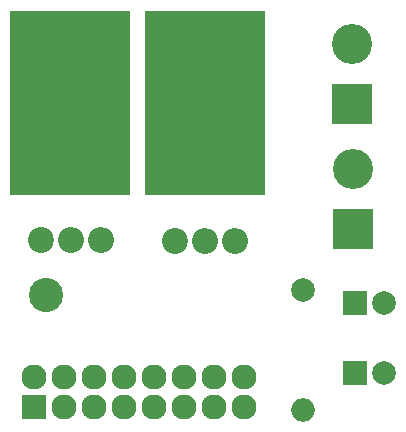
<source format=gbr>
G04 #@! TF.FileFunction,Soldermask,Top*
%FSLAX46Y46*%
G04 Gerber Fmt 4.6, Leading zero omitted, Abs format (unit mm)*
G04 Created by KiCad (PCBNEW 4.0.4-stable) date 04/11/18 19:40:55*
%MOMM*%
%LPD*%
G01*
G04 APERTURE LIST*
%ADD10C,0.100000*%
%ADD11R,10.200000X15.700000*%
%ADD12O,2.127200X2.127200*%
%ADD13R,2.127200X2.127200*%
%ADD14C,2.900000*%
%ADD15R,2.000000X2.000000*%
%ADD16C,2.000000*%
%ADD17O,3.900000X3.900000*%
%ADD18C,2.200000*%
%ADD19O,2.200000X2.200000*%
%ADD20O,2.000000X2.000000*%
%ADD21R,3.399740X3.399740*%
%ADD22C,3.399740*%
G04 APERTURE END LIST*
D10*
D11*
X130280000Y-83190000D03*
D12*
X145034000Y-106375200D03*
X145034000Y-108915200D03*
X142494000Y-106375200D03*
X142494000Y-108915200D03*
X139954000Y-106375200D03*
X139954000Y-108915200D03*
X137414000Y-106375200D03*
X137414000Y-108915200D03*
D13*
X127254000Y-108915200D03*
D12*
X127254000Y-106375200D03*
X129794000Y-108915200D03*
X129794000Y-106375200D03*
X132334000Y-108915200D03*
X132334000Y-106375200D03*
X134874000Y-108915200D03*
X134874000Y-106375200D03*
D14*
X128219200Y-99466400D03*
D15*
X154380000Y-106060000D03*
D16*
X156880000Y-106060000D03*
D15*
X154400000Y-100100000D03*
D16*
X156900000Y-100100000D03*
D17*
X141750000Y-78180000D03*
D18*
X139210000Y-94840000D03*
D19*
X141750000Y-94840000D03*
X144290000Y-94840000D03*
D16*
X150040000Y-99010000D03*
D20*
X150040000Y-109170000D03*
D17*
X130390000Y-78130000D03*
D18*
X127850000Y-94790000D03*
D19*
X130390000Y-94790000D03*
X132930000Y-94790000D03*
D11*
X141760000Y-83180000D03*
D21*
X154190000Y-83250000D03*
D22*
X154190000Y-78170000D03*
D21*
X154240000Y-93890000D03*
D22*
X154240000Y-88810000D03*
M02*

</source>
